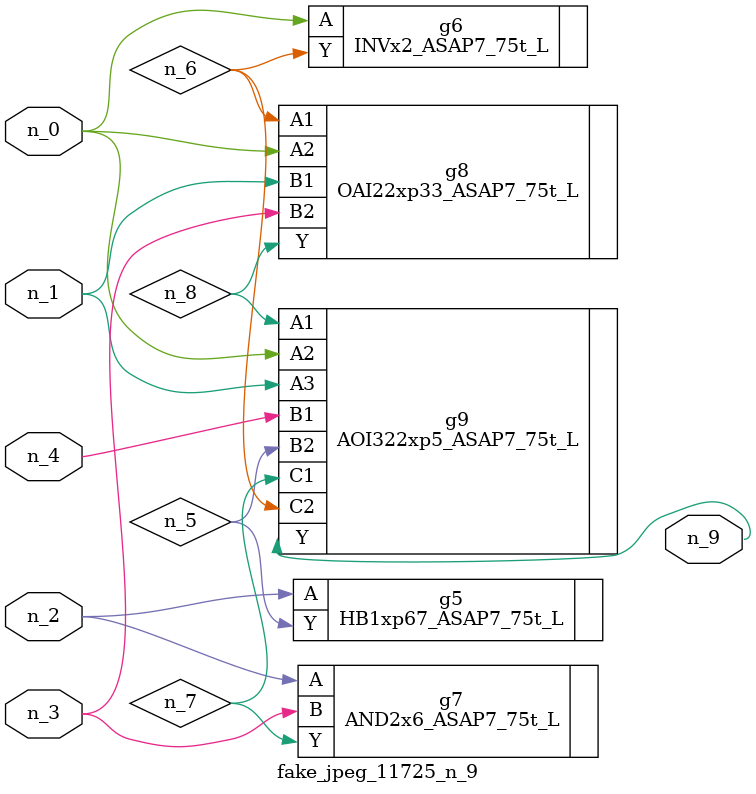
<source format=v>
module fake_jpeg_11725_n_9 (n_3, n_2, n_1, n_0, n_4, n_9);

input n_3;
input n_2;
input n_1;
input n_0;
input n_4;

output n_9;

wire n_8;
wire n_6;
wire n_5;
wire n_7;

HB1xp67_ASAP7_75t_L g5 ( 
.A(n_2),
.Y(n_5)
);

INVx2_ASAP7_75t_L g6 ( 
.A(n_0),
.Y(n_6)
);

AND2x6_ASAP7_75t_L g7 ( 
.A(n_2),
.B(n_3),
.Y(n_7)
);

OAI22xp33_ASAP7_75t_L g8 ( 
.A1(n_6),
.A2(n_0),
.B1(n_1),
.B2(n_3),
.Y(n_8)
);

AOI322xp5_ASAP7_75t_L g9 ( 
.A1(n_8),
.A2(n_0),
.A3(n_1),
.B1(n_4),
.B2(n_5),
.C1(n_7),
.C2(n_6),
.Y(n_9)
);


endmodule
</source>
